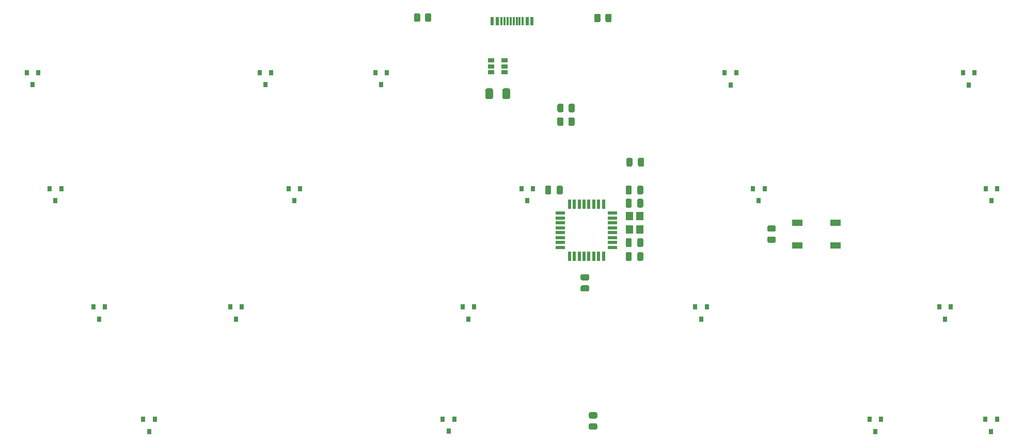
<source format=gbr>
%TF.GenerationSoftware,KiCad,Pcbnew,(5.1.10)-1*%
%TF.CreationDate,2021-08-05T09:17:10+02:00*%
%TF.ProjectId,qez,71657a2e-6b69-4636-9164-5f7063625858,rev?*%
%TF.SameCoordinates,Original*%
%TF.FileFunction,Paste,Bot*%
%TF.FilePolarity,Positive*%
%FSLAX46Y46*%
G04 Gerber Fmt 4.6, Leading zero omitted, Abs format (unit mm)*
G04 Created by KiCad (PCBNEW (5.1.10)-1) date 2021-08-05 09:17:10*
%MOMM*%
%LPD*%
G01*
G04 APERTURE LIST*
%ADD10R,0.800000X0.900000*%
%ADD11R,1.200000X1.400000*%
%ADD12R,0.300000X1.450000*%
%ADD13R,0.600000X1.450000*%
%ADD14R,1.060000X0.650000*%
%ADD15R,0.550000X1.600000*%
%ADD16R,1.600000X0.550000*%
%ADD17R,1.700000X1.000000*%
G04 APERTURE END LIST*
%TO.C,C2*%
G36*
G01*
X176091000Y-88359000D02*
X176091000Y-87409000D01*
G75*
G02*
X176341000Y-87159000I250000J0D01*
G01*
X176841000Y-87159000D01*
G75*
G02*
X177091000Y-87409000I0J-250000D01*
G01*
X177091000Y-88359000D01*
G75*
G02*
X176841000Y-88609000I-250000J0D01*
G01*
X176341000Y-88609000D01*
G75*
G02*
X176091000Y-88359000I0J250000D01*
G01*
G37*
G36*
G01*
X174191000Y-88359000D02*
X174191000Y-87409000D01*
G75*
G02*
X174441000Y-87159000I250000J0D01*
G01*
X174941000Y-87159000D01*
G75*
G02*
X175191000Y-87409000I0J-250000D01*
G01*
X175191000Y-88359000D01*
G75*
G02*
X174941000Y-88609000I-250000J0D01*
G01*
X174441000Y-88609000D01*
G75*
G02*
X174191000Y-88359000I0J250000D01*
G01*
G37*
%TD*%
D10*
%TO.C,D17*%
X145161000Y-127492000D03*
X146111000Y-125492000D03*
X144211000Y-125492000D03*
%TD*%
D11*
%TO.C,X1*%
X174823687Y-92196134D03*
X174823687Y-94396134D03*
X176523687Y-94396134D03*
X176523687Y-92196134D03*
%TD*%
D12*
%TO.C,USB1*%
X155325000Y-60115500D03*
X157325000Y-60115500D03*
X156825000Y-60115500D03*
X156325000Y-60115500D03*
X155825000Y-60115500D03*
X154825000Y-60115500D03*
X154325000Y-60115500D03*
X153825000Y-60115500D03*
D13*
X158825000Y-60115500D03*
X158025000Y-60115500D03*
X153125000Y-60115500D03*
X152325000Y-60115500D03*
X152325000Y-60115500D03*
X153125000Y-60115500D03*
X158025000Y-60115500D03*
X158825000Y-60115500D03*
%TD*%
D14*
%TO.C,U2*%
X152125500Y-67564000D03*
X152125500Y-66614000D03*
X152125500Y-68514000D03*
X154325500Y-68514000D03*
X154325500Y-67564000D03*
X154325500Y-66614000D03*
%TD*%
D15*
%TO.C,U1*%
X170567000Y-90238000D03*
X169767000Y-90238000D03*
X168967000Y-90238000D03*
X168167000Y-90238000D03*
X167367000Y-90238000D03*
X166567000Y-90238000D03*
X165767000Y-90238000D03*
X164967000Y-90238000D03*
D16*
X163517000Y-91688000D03*
X163517000Y-92488000D03*
X163517000Y-93288000D03*
X163517000Y-94088000D03*
X163517000Y-94888000D03*
X163517000Y-95688000D03*
X163517000Y-96488000D03*
X163517000Y-97288000D03*
D15*
X164967000Y-98738000D03*
X165767000Y-98738000D03*
X166567000Y-98738000D03*
X167367000Y-98738000D03*
X168167000Y-98738000D03*
X168967000Y-98738000D03*
X169767000Y-98738000D03*
X170567000Y-98738000D03*
D16*
X172017000Y-97288000D03*
X172017000Y-96488000D03*
X172017000Y-95688000D03*
X172017000Y-94888000D03*
X172017000Y-94088000D03*
X172017000Y-93288000D03*
X172017000Y-92488000D03*
X172017000Y-91688000D03*
%TD*%
D17*
%TO.C,RESET*%
X208636000Y-93223000D03*
X202336000Y-93223000D03*
X208636000Y-97023000D03*
X202336000Y-97023000D03*
%TD*%
%TO.C,R7*%
G36*
G01*
X169296502Y-125393500D02*
X168396498Y-125393500D01*
G75*
G02*
X168146500Y-125143502I0J249998D01*
G01*
X168146500Y-124618498D01*
G75*
G02*
X168396498Y-124368500I249998J0D01*
G01*
X169296502Y-124368500D01*
G75*
G02*
X169546500Y-124618498I0J-249998D01*
G01*
X169546500Y-125143502D01*
G75*
G02*
X169296502Y-125393500I-249998J0D01*
G01*
G37*
G36*
G01*
X169296502Y-127218500D02*
X168396498Y-127218500D01*
G75*
G02*
X168146500Y-126968502I0J249998D01*
G01*
X168146500Y-126443498D01*
G75*
G02*
X168396498Y-126193500I249998J0D01*
G01*
X169296502Y-126193500D01*
G75*
G02*
X169546500Y-126443498I0J-249998D01*
G01*
X169546500Y-126968502D01*
G75*
G02*
X169296502Y-127218500I-249998J0D01*
G01*
G37*
%TD*%
%TO.C,R6*%
G36*
G01*
X197669998Y-93698000D02*
X198570002Y-93698000D01*
G75*
G02*
X198820000Y-93947998I0J-249998D01*
G01*
X198820000Y-94473002D01*
G75*
G02*
X198570002Y-94723000I-249998J0D01*
G01*
X197669998Y-94723000D01*
G75*
G02*
X197420000Y-94473002I0J249998D01*
G01*
X197420000Y-93947998D01*
G75*
G02*
X197669998Y-93698000I249998J0D01*
G01*
G37*
G36*
G01*
X197669998Y-95523000D02*
X198570002Y-95523000D01*
G75*
G02*
X198820000Y-95772998I0J-249998D01*
G01*
X198820000Y-96298002D01*
G75*
G02*
X198570002Y-96548000I-249998J0D01*
G01*
X197669998Y-96548000D01*
G75*
G02*
X197420000Y-96298002I0J249998D01*
G01*
X197420000Y-95772998D01*
G75*
G02*
X197669998Y-95523000I249998J0D01*
G01*
G37*
%TD*%
%TO.C,R5*%
G36*
G01*
X167963002Y-102724000D02*
X167062998Y-102724000D01*
G75*
G02*
X166813000Y-102474002I0J249998D01*
G01*
X166813000Y-101948998D01*
G75*
G02*
X167062998Y-101699000I249998J0D01*
G01*
X167963002Y-101699000D01*
G75*
G02*
X168213000Y-101948998I0J-249998D01*
G01*
X168213000Y-102474002D01*
G75*
G02*
X167963002Y-102724000I-249998J0D01*
G01*
G37*
G36*
G01*
X167963002Y-104549000D02*
X167062998Y-104549000D01*
G75*
G02*
X166813000Y-104299002I0J249998D01*
G01*
X166813000Y-103773998D01*
G75*
G02*
X167062998Y-103524000I249998J0D01*
G01*
X167963002Y-103524000D01*
G75*
G02*
X168213000Y-103773998I0J-249998D01*
G01*
X168213000Y-104299002D01*
G75*
G02*
X167963002Y-104549000I-249998J0D01*
G01*
G37*
%TD*%
%TO.C,R4*%
G36*
G01*
X164825000Y-74872002D02*
X164825000Y-73971998D01*
G75*
G02*
X165074998Y-73722000I249998J0D01*
G01*
X165600002Y-73722000D01*
G75*
G02*
X165850000Y-73971998I0J-249998D01*
G01*
X165850000Y-74872002D01*
G75*
G02*
X165600002Y-75122000I-249998J0D01*
G01*
X165074998Y-75122000D01*
G75*
G02*
X164825000Y-74872002I0J249998D01*
G01*
G37*
G36*
G01*
X163000000Y-74872002D02*
X163000000Y-73971998D01*
G75*
G02*
X163249998Y-73722000I249998J0D01*
G01*
X163775002Y-73722000D01*
G75*
G02*
X164025000Y-73971998I0J-249998D01*
G01*
X164025000Y-74872002D01*
G75*
G02*
X163775002Y-75122000I-249998J0D01*
G01*
X163249998Y-75122000D01*
G75*
G02*
X163000000Y-74872002I0J249998D01*
G01*
G37*
%TD*%
%TO.C,R3*%
G36*
G01*
X164801500Y-77094502D02*
X164801500Y-76194498D01*
G75*
G02*
X165051498Y-75944500I249998J0D01*
G01*
X165576502Y-75944500D01*
G75*
G02*
X165826500Y-76194498I0J-249998D01*
G01*
X165826500Y-77094502D01*
G75*
G02*
X165576502Y-77344500I-249998J0D01*
G01*
X165051498Y-77344500D01*
G75*
G02*
X164801500Y-77094502I0J249998D01*
G01*
G37*
G36*
G01*
X162976500Y-77094502D02*
X162976500Y-76194498D01*
G75*
G02*
X163226498Y-75944500I249998J0D01*
G01*
X163751502Y-75944500D01*
G75*
G02*
X164001500Y-76194498I0J-249998D01*
G01*
X164001500Y-77094502D01*
G75*
G02*
X163751502Y-77344500I-249998J0D01*
G01*
X163226498Y-77344500D01*
G75*
G02*
X162976500Y-77094502I0J249998D01*
G01*
G37*
%TD*%
%TO.C,R2*%
G36*
G01*
X170074000Y-59176498D02*
X170074000Y-60076502D01*
G75*
G02*
X169824002Y-60326500I-249998J0D01*
G01*
X169298998Y-60326500D01*
G75*
G02*
X169049000Y-60076502I0J249998D01*
G01*
X169049000Y-59176498D01*
G75*
G02*
X169298998Y-58926500I249998J0D01*
G01*
X169824002Y-58926500D01*
G75*
G02*
X170074000Y-59176498I0J-249998D01*
G01*
G37*
G36*
G01*
X171899000Y-59176498D02*
X171899000Y-60076502D01*
G75*
G02*
X171649002Y-60326500I-249998J0D01*
G01*
X171123998Y-60326500D01*
G75*
G02*
X170874000Y-60076502I0J249998D01*
G01*
X170874000Y-59176498D01*
G75*
G02*
X171123998Y-58926500I249998J0D01*
G01*
X171649002Y-58926500D01*
G75*
G02*
X171899000Y-59176498I0J-249998D01*
G01*
G37*
%TD*%
%TO.C,R1*%
G36*
G01*
X141306500Y-60013002D02*
X141306500Y-59112998D01*
G75*
G02*
X141556498Y-58863000I249998J0D01*
G01*
X142081502Y-58863000D01*
G75*
G02*
X142331500Y-59112998I0J-249998D01*
G01*
X142331500Y-60013002D01*
G75*
G02*
X142081502Y-60263000I-249998J0D01*
G01*
X141556498Y-60263000D01*
G75*
G02*
X141306500Y-60013002I0J249998D01*
G01*
G37*
G36*
G01*
X139481500Y-60013002D02*
X139481500Y-59112998D01*
G75*
G02*
X139731498Y-58863000I249998J0D01*
G01*
X140256502Y-58863000D01*
G75*
G02*
X140506500Y-59112998I0J-249998D01*
G01*
X140506500Y-60013002D01*
G75*
G02*
X140256502Y-60263000I-249998J0D01*
G01*
X139731498Y-60263000D01*
G75*
G02*
X139481500Y-60013002I0J249998D01*
G01*
G37*
%TD*%
%TO.C,F1*%
G36*
G01*
X152450500Y-71447500D02*
X152450500Y-72697500D01*
G75*
G02*
X152200500Y-72947500I-250000J0D01*
G01*
X151450500Y-72947500D01*
G75*
G02*
X151200500Y-72697500I0J250000D01*
G01*
X151200500Y-71447500D01*
G75*
G02*
X151450500Y-71197500I250000J0D01*
G01*
X152200500Y-71197500D01*
G75*
G02*
X152450500Y-71447500I0J-250000D01*
G01*
G37*
G36*
G01*
X155250500Y-71447500D02*
X155250500Y-72697500D01*
G75*
G02*
X155000500Y-72947500I-250000J0D01*
G01*
X154250500Y-72947500D01*
G75*
G02*
X154000500Y-72697500I0J250000D01*
G01*
X154000500Y-71447500D01*
G75*
G02*
X154250500Y-71197500I250000J0D01*
G01*
X155000500Y-71197500D01*
G75*
G02*
X155250500Y-71447500I0J-250000D01*
G01*
G37*
%TD*%
D10*
%TO.C,D19*%
X234124500Y-127555500D03*
X235074500Y-125555500D03*
X233174500Y-125555500D03*
%TD*%
%TO.C,D18*%
X215138000Y-127555500D03*
X216088000Y-125555500D03*
X214188000Y-125555500D03*
%TD*%
%TO.C,D16*%
X96043750Y-127555500D03*
X96993750Y-125555500D03*
X95093750Y-125555500D03*
%TD*%
%TO.C,D15*%
X226568000Y-109077000D03*
X227518000Y-107077000D03*
X225618000Y-107077000D03*
%TD*%
%TO.C,D14*%
X186563000Y-109077000D03*
X187513000Y-107077000D03*
X185613000Y-107077000D03*
%TD*%
%TO.C,D13*%
X148399500Y-109077000D03*
X149349500Y-107077000D03*
X147449500Y-107077000D03*
%TD*%
%TO.C,D12*%
X110299500Y-109077000D03*
X111249500Y-107077000D03*
X109349500Y-107077000D03*
%TD*%
%TO.C,D11*%
X87884000Y-109077000D03*
X88834000Y-107077000D03*
X86934000Y-107077000D03*
%TD*%
%TO.C,D10*%
X234188000Y-89646000D03*
X235138000Y-87646000D03*
X233238000Y-87646000D03*
%TD*%
%TO.C,D9*%
X196024500Y-89646000D03*
X196974500Y-87646000D03*
X195074500Y-87646000D03*
%TD*%
%TO.C,D8*%
X158051500Y-89646000D03*
X159001500Y-87646000D03*
X157101500Y-87646000D03*
%TD*%
%TO.C,D7*%
X119888000Y-89646000D03*
X120838000Y-87646000D03*
X118938000Y-87646000D03*
%TD*%
%TO.C,D6*%
X80708500Y-89646000D03*
X81658500Y-87646000D03*
X79758500Y-87646000D03*
%TD*%
%TO.C,D5*%
X230441500Y-70659500D03*
X231391500Y-68659500D03*
X229491500Y-68659500D03*
%TD*%
%TO.C,D4*%
X191389000Y-70659500D03*
X192339000Y-68659500D03*
X190439000Y-68659500D03*
%TD*%
%TO.C,D3*%
X134112000Y-70596000D03*
X135062000Y-68596000D03*
X133162000Y-68596000D03*
%TD*%
%TO.C,D2*%
X115125500Y-70596000D03*
X116075500Y-68596000D03*
X114175500Y-68596000D03*
%TD*%
%TO.C,D1*%
X76962000Y-70596000D03*
X77912000Y-68596000D03*
X76012000Y-68596000D03*
%TD*%
%TO.C,C7*%
G36*
G01*
X176091000Y-96995000D02*
X176091000Y-96045000D01*
G75*
G02*
X176341000Y-95795000I250000J0D01*
G01*
X176841000Y-95795000D01*
G75*
G02*
X177091000Y-96045000I0J-250000D01*
G01*
X177091000Y-96995000D01*
G75*
G02*
X176841000Y-97245000I-250000J0D01*
G01*
X176341000Y-97245000D01*
G75*
G02*
X176091000Y-96995000I0J250000D01*
G01*
G37*
G36*
G01*
X174191000Y-96995000D02*
X174191000Y-96045000D01*
G75*
G02*
X174441000Y-95795000I250000J0D01*
G01*
X174941000Y-95795000D01*
G75*
G02*
X175191000Y-96045000I0J-250000D01*
G01*
X175191000Y-96995000D01*
G75*
G02*
X174941000Y-97245000I-250000J0D01*
G01*
X174441000Y-97245000D01*
G75*
G02*
X174191000Y-96995000I0J250000D01*
G01*
G37*
%TD*%
%TO.C,C6*%
G36*
G01*
X175191000Y-89568000D02*
X175191000Y-90518000D01*
G75*
G02*
X174941000Y-90768000I-250000J0D01*
G01*
X174441000Y-90768000D01*
G75*
G02*
X174191000Y-90518000I0J250000D01*
G01*
X174191000Y-89568000D01*
G75*
G02*
X174441000Y-89318000I250000J0D01*
G01*
X174941000Y-89318000D01*
G75*
G02*
X175191000Y-89568000I0J-250000D01*
G01*
G37*
G36*
G01*
X177091000Y-89568000D02*
X177091000Y-90518000D01*
G75*
G02*
X176841000Y-90768000I-250000J0D01*
G01*
X176341000Y-90768000D01*
G75*
G02*
X176091000Y-90518000I0J250000D01*
G01*
X176091000Y-89568000D01*
G75*
G02*
X176341000Y-89318000I250000J0D01*
G01*
X176841000Y-89318000D01*
G75*
G02*
X177091000Y-89568000I0J-250000D01*
G01*
G37*
%TD*%
%TO.C,C5*%
G36*
G01*
X161983000Y-87409000D02*
X161983000Y-88359000D01*
G75*
G02*
X161733000Y-88609000I-250000J0D01*
G01*
X161233000Y-88609000D01*
G75*
G02*
X160983000Y-88359000I0J250000D01*
G01*
X160983000Y-87409000D01*
G75*
G02*
X161233000Y-87159000I250000J0D01*
G01*
X161733000Y-87159000D01*
G75*
G02*
X161983000Y-87409000I0J-250000D01*
G01*
G37*
G36*
G01*
X163883000Y-87409000D02*
X163883000Y-88359000D01*
G75*
G02*
X163633000Y-88609000I-250000J0D01*
G01*
X163133000Y-88609000D01*
G75*
G02*
X162883000Y-88359000I0J250000D01*
G01*
X162883000Y-87409000D01*
G75*
G02*
X163133000Y-87159000I250000J0D01*
G01*
X163633000Y-87159000D01*
G75*
G02*
X163883000Y-87409000I0J-250000D01*
G01*
G37*
%TD*%
%TO.C,C3*%
G36*
G01*
X176091000Y-99281000D02*
X176091000Y-98331000D01*
G75*
G02*
X176341000Y-98081000I250000J0D01*
G01*
X176841000Y-98081000D01*
G75*
G02*
X177091000Y-98331000I0J-250000D01*
G01*
X177091000Y-99281000D01*
G75*
G02*
X176841000Y-99531000I-250000J0D01*
G01*
X176341000Y-99531000D01*
G75*
G02*
X176091000Y-99281000I0J250000D01*
G01*
G37*
G36*
G01*
X174191000Y-99281000D02*
X174191000Y-98331000D01*
G75*
G02*
X174441000Y-98081000I250000J0D01*
G01*
X174941000Y-98081000D01*
G75*
G02*
X175191000Y-98331000I0J-250000D01*
G01*
X175191000Y-99281000D01*
G75*
G02*
X174941000Y-99531000I-250000J0D01*
G01*
X174441000Y-99531000D01*
G75*
G02*
X174191000Y-99281000I0J250000D01*
G01*
G37*
%TD*%
%TO.C,C1*%
G36*
G01*
X176218000Y-83787000D02*
X176218000Y-82837000D01*
G75*
G02*
X176468000Y-82587000I250000J0D01*
G01*
X176968000Y-82587000D01*
G75*
G02*
X177218000Y-82837000I0J-250000D01*
G01*
X177218000Y-83787000D01*
G75*
G02*
X176968000Y-84037000I-250000J0D01*
G01*
X176468000Y-84037000D01*
G75*
G02*
X176218000Y-83787000I0J250000D01*
G01*
G37*
G36*
G01*
X174318000Y-83787000D02*
X174318000Y-82837000D01*
G75*
G02*
X174568000Y-82587000I250000J0D01*
G01*
X175068000Y-82587000D01*
G75*
G02*
X175318000Y-82837000I0J-250000D01*
G01*
X175318000Y-83787000D01*
G75*
G02*
X175068000Y-84037000I-250000J0D01*
G01*
X174568000Y-84037000D01*
G75*
G02*
X174318000Y-83787000I0J250000D01*
G01*
G37*
%TD*%
M02*

</source>
